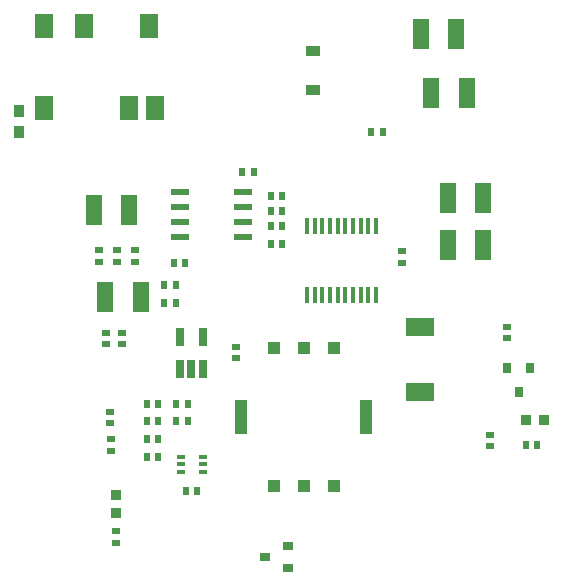
<source format=gbr>
G04 #@! TF.FileFunction,Paste,Bot*
%FSLAX46Y46*%
G04 Gerber Fmt 4.6, Leading zero omitted, Abs format (unit mm)*
G04 Created by KiCad (PCBNEW 4.0.5+dfsg1-4) date Tue Aug 14 14:25:04 2018*
%MOMM*%
%LPD*%
G01*
G04 APERTURE LIST*
%ADD10C,0.100000*%
%ADD11R,1.425000X2.650000*%
%ADD12R,0.640000X0.590000*%
%ADD13R,0.590000X0.640000*%
%ADD14R,1.200000X0.900000*%
%ADD15R,0.875000X0.950000*%
%ADD16R,0.950000X0.875000*%
%ADD17R,2.400000X1.500000*%
%ADD18R,0.800000X0.900000*%
%ADD19R,0.900000X0.800000*%
%ADD20R,0.650000X1.560000*%
%ADD21R,0.700000X0.400000*%
%ADD22R,1.000000X1.100000*%
%ADD23R,1.000000X3.000000*%
%ADD24R,0.950000X1.050000*%
%ADD25R,1.500000X2.000000*%
%ADD26R,0.450000X1.450000*%
%ADD27R,1.550000X0.600000*%
G04 APERTURE END LIST*
D10*
D11*
X58512500Y-99600000D03*
X61487500Y-99600000D03*
D12*
X60500000Y-103015000D03*
X60500000Y-103985000D03*
X59600000Y-110985000D03*
X59600000Y-110015000D03*
D11*
X59512500Y-107000000D03*
X62487500Y-107000000D03*
D13*
X65313700Y-104140000D03*
X66283700Y-104140000D03*
X65485000Y-107500000D03*
X64515000Y-107500000D03*
D12*
X60900000Y-110985000D03*
X60900000Y-110015000D03*
D13*
X65485000Y-106000000D03*
X64515000Y-106000000D03*
D12*
X70600000Y-111215000D03*
X70600000Y-112185000D03*
D13*
X73515000Y-99700000D03*
X74485000Y-99700000D03*
D11*
X88512500Y-98600000D03*
X91487500Y-98600000D03*
X88512500Y-102600000D03*
X91487500Y-102600000D03*
X87112500Y-89700000D03*
X90087500Y-89700000D03*
X86212500Y-84700000D03*
X89187500Y-84700000D03*
D13*
X63015000Y-117500000D03*
X63985000Y-117500000D03*
X63985000Y-119000000D03*
X63015000Y-119000000D03*
X63015000Y-116001800D03*
X63985000Y-116001800D03*
X66315000Y-123400000D03*
X67285000Y-123400000D03*
X74485000Y-102500000D03*
X73515000Y-102500000D03*
D12*
X59000000Y-103015000D03*
X59000000Y-103985000D03*
D14*
X77100000Y-86150000D03*
X77100000Y-89450000D03*
D15*
X95112500Y-117400000D03*
X96687500Y-117400000D03*
D16*
X60400000Y-123712500D03*
X60400000Y-125287500D03*
D17*
X86144100Y-109543400D03*
X86144100Y-115043400D03*
D18*
X93550000Y-113000000D03*
X95450000Y-113000000D03*
X94500000Y-115000000D03*
D19*
X75000000Y-128050000D03*
X75000000Y-129950000D03*
X73000000Y-129000000D03*
D12*
X62000000Y-103985000D03*
X62000000Y-103015000D03*
D13*
X73515000Y-101000000D03*
X74485000Y-101000000D03*
X71115000Y-96400000D03*
X72085000Y-96400000D03*
X74485000Y-98400000D03*
X73515000Y-98400000D03*
D12*
X93500000Y-109515000D03*
X93500000Y-110485000D03*
X92087700Y-118666400D03*
X92087700Y-119636400D03*
D13*
X82015000Y-93000000D03*
X82985000Y-93000000D03*
X66485000Y-117500000D03*
X65515000Y-117500000D03*
X63985000Y-120500000D03*
X63015000Y-120500000D03*
X66485000Y-116000000D03*
X65515000Y-116000000D03*
D12*
X84600000Y-104085000D03*
X84600000Y-103115000D03*
X59900000Y-116715000D03*
X59900000Y-117685000D03*
X60000000Y-119985000D03*
X60000000Y-119015000D03*
D13*
X96085000Y-119500000D03*
X95115000Y-119500000D03*
D12*
X60400000Y-127785000D03*
X60400000Y-126815000D03*
D20*
X67752000Y-113084600D03*
X66802000Y-113084600D03*
X65852000Y-113084600D03*
X65852000Y-110384600D03*
X67752000Y-110384600D03*
D21*
X65877400Y-121808000D03*
X65877400Y-121158000D03*
X65877400Y-120508000D03*
X67777400Y-120508000D03*
X67777400Y-121808000D03*
X67777400Y-121158000D03*
D22*
X78841600Y-111307500D03*
X76301600Y-111307500D03*
X73761600Y-111307500D03*
X78841600Y-123007500D03*
X76301600Y-123007500D03*
X73761600Y-123007500D03*
D23*
X81601600Y-117157500D03*
X71001600Y-117157500D03*
D24*
X52200000Y-91225000D03*
X52200000Y-92975000D03*
D25*
X63200000Y-84000000D03*
X57700000Y-84000000D03*
X54300000Y-84000000D03*
X63700000Y-91000000D03*
X61500000Y-91000000D03*
X54300000Y-91000000D03*
D26*
X76575000Y-100950000D03*
X77225000Y-100950000D03*
X77875000Y-100950000D03*
X78525000Y-100950000D03*
X79175000Y-100950000D03*
X79825000Y-100950000D03*
X80475000Y-100950000D03*
X81125000Y-100950000D03*
X81775000Y-100950000D03*
X82425000Y-100950000D03*
X82425000Y-106850000D03*
X81775000Y-106850000D03*
X81125000Y-106850000D03*
X80475000Y-106850000D03*
X79825000Y-106850000D03*
X79175000Y-106850000D03*
X78525000Y-106850000D03*
X77875000Y-106850000D03*
X77225000Y-106850000D03*
X76575000Y-106850000D03*
D27*
X65800000Y-101905000D03*
X65800000Y-100635000D03*
X65800000Y-99365000D03*
X65800000Y-98095000D03*
X71200000Y-98095000D03*
X71200000Y-99365000D03*
X71200000Y-100635000D03*
X71200000Y-101905000D03*
M02*

</source>
